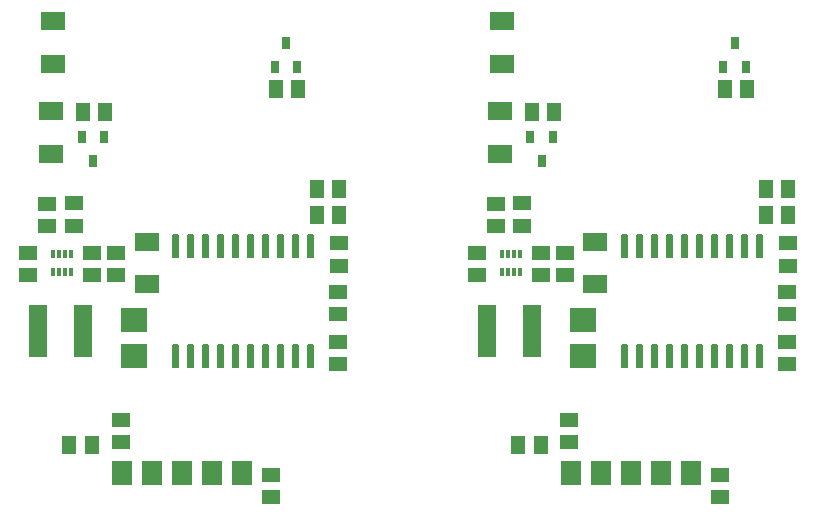
<source format=gbr>
G04 EAGLE Gerber RS-274X export*
G75*
%MOMM*%
%FSLAX34Y34*%
%LPD*%
%INSolderpaste Bottom*%
%IPPOS*%
%AMOC8*
5,1,8,0,0,1.08239X$1,22.5*%
G01*
%ADD10R,2.200000X2.000000*%
%ADD11R,1.500000X1.300000*%
%ADD12C,0.150000*%
%ADD13R,1.778000X2.032000*%
%ADD14R,1.300000X1.500000*%
%ADD15R,2.100000X1.500000*%
%ADD16R,0.320000X0.768350*%
%ADD17R,1.500000X4.500000*%
%ADD18R,1.600000X1.300000*%
%ADD19R,0.711200X1.100000*%


D10*
X139696Y394622D03*
X139696Y364622D03*
D11*
X312600Y440900D03*
X312600Y459900D03*
X312200Y376400D03*
X312200Y357400D03*
D12*
X172404Y447938D02*
X172404Y466938D01*
X176904Y466938D01*
X176904Y447938D01*
X172404Y447938D01*
X172404Y449363D02*
X176904Y449363D01*
X176904Y450788D02*
X172404Y450788D01*
X172404Y452213D02*
X176904Y452213D01*
X176904Y453638D02*
X172404Y453638D01*
X172404Y455063D02*
X176904Y455063D01*
X176904Y456488D02*
X172404Y456488D01*
X172404Y457913D02*
X176904Y457913D01*
X176904Y459338D02*
X172404Y459338D01*
X172404Y460763D02*
X176904Y460763D01*
X176904Y462188D02*
X172404Y462188D01*
X172404Y463613D02*
X176904Y463613D01*
X176904Y465038D02*
X172404Y465038D01*
X172404Y466463D02*
X176904Y466463D01*
X185104Y466938D02*
X185104Y447938D01*
X185104Y466938D02*
X189604Y466938D01*
X189604Y447938D01*
X185104Y447938D01*
X185104Y449363D02*
X189604Y449363D01*
X189604Y450788D02*
X185104Y450788D01*
X185104Y452213D02*
X189604Y452213D01*
X189604Y453638D02*
X185104Y453638D01*
X185104Y455063D02*
X189604Y455063D01*
X189604Y456488D02*
X185104Y456488D01*
X185104Y457913D02*
X189604Y457913D01*
X189604Y459338D02*
X185104Y459338D01*
X185104Y460763D02*
X189604Y460763D01*
X189604Y462188D02*
X185104Y462188D01*
X185104Y463613D02*
X189604Y463613D01*
X189604Y465038D02*
X185104Y465038D01*
X185104Y466463D02*
X189604Y466463D01*
X197804Y466938D02*
X197804Y447938D01*
X197804Y466938D02*
X202304Y466938D01*
X202304Y447938D01*
X197804Y447938D01*
X197804Y449363D02*
X202304Y449363D01*
X202304Y450788D02*
X197804Y450788D01*
X197804Y452213D02*
X202304Y452213D01*
X202304Y453638D02*
X197804Y453638D01*
X197804Y455063D02*
X202304Y455063D01*
X202304Y456488D02*
X197804Y456488D01*
X197804Y457913D02*
X202304Y457913D01*
X202304Y459338D02*
X197804Y459338D01*
X197804Y460763D02*
X202304Y460763D01*
X202304Y462188D02*
X197804Y462188D01*
X197804Y463613D02*
X202304Y463613D01*
X202304Y465038D02*
X197804Y465038D01*
X197804Y466463D02*
X202304Y466463D01*
X210504Y466938D02*
X210504Y447938D01*
X210504Y466938D02*
X215004Y466938D01*
X215004Y447938D01*
X210504Y447938D01*
X210504Y449363D02*
X215004Y449363D01*
X215004Y450788D02*
X210504Y450788D01*
X210504Y452213D02*
X215004Y452213D01*
X215004Y453638D02*
X210504Y453638D01*
X210504Y455063D02*
X215004Y455063D01*
X215004Y456488D02*
X210504Y456488D01*
X210504Y457913D02*
X215004Y457913D01*
X215004Y459338D02*
X210504Y459338D01*
X210504Y460763D02*
X215004Y460763D01*
X215004Y462188D02*
X210504Y462188D01*
X210504Y463613D02*
X215004Y463613D01*
X215004Y465038D02*
X210504Y465038D01*
X210504Y466463D02*
X215004Y466463D01*
X223204Y466938D02*
X223204Y447938D01*
X223204Y466938D02*
X227704Y466938D01*
X227704Y447938D01*
X223204Y447938D01*
X223204Y449363D02*
X227704Y449363D01*
X227704Y450788D02*
X223204Y450788D01*
X223204Y452213D02*
X227704Y452213D01*
X227704Y453638D02*
X223204Y453638D01*
X223204Y455063D02*
X227704Y455063D01*
X227704Y456488D02*
X223204Y456488D01*
X223204Y457913D02*
X227704Y457913D01*
X227704Y459338D02*
X223204Y459338D01*
X223204Y460763D02*
X227704Y460763D01*
X227704Y462188D02*
X223204Y462188D01*
X223204Y463613D02*
X227704Y463613D01*
X227704Y465038D02*
X223204Y465038D01*
X223204Y466463D02*
X227704Y466463D01*
X235904Y466938D02*
X235904Y447938D01*
X235904Y466938D02*
X240404Y466938D01*
X240404Y447938D01*
X235904Y447938D01*
X235904Y449363D02*
X240404Y449363D01*
X240404Y450788D02*
X235904Y450788D01*
X235904Y452213D02*
X240404Y452213D01*
X240404Y453638D02*
X235904Y453638D01*
X235904Y455063D02*
X240404Y455063D01*
X240404Y456488D02*
X235904Y456488D01*
X235904Y457913D02*
X240404Y457913D01*
X240404Y459338D02*
X235904Y459338D01*
X235904Y460763D02*
X240404Y460763D01*
X240404Y462188D02*
X235904Y462188D01*
X235904Y463613D02*
X240404Y463613D01*
X240404Y465038D02*
X235904Y465038D01*
X235904Y466463D02*
X240404Y466463D01*
X248604Y466938D02*
X248604Y447938D01*
X248604Y466938D02*
X253104Y466938D01*
X253104Y447938D01*
X248604Y447938D01*
X248604Y449363D02*
X253104Y449363D01*
X253104Y450788D02*
X248604Y450788D01*
X248604Y452213D02*
X253104Y452213D01*
X253104Y453638D02*
X248604Y453638D01*
X248604Y455063D02*
X253104Y455063D01*
X253104Y456488D02*
X248604Y456488D01*
X248604Y457913D02*
X253104Y457913D01*
X253104Y459338D02*
X248604Y459338D01*
X248604Y460763D02*
X253104Y460763D01*
X253104Y462188D02*
X248604Y462188D01*
X248604Y463613D02*
X253104Y463613D01*
X253104Y465038D02*
X248604Y465038D01*
X248604Y466463D02*
X253104Y466463D01*
X261304Y466938D02*
X261304Y447938D01*
X261304Y466938D02*
X265804Y466938D01*
X265804Y447938D01*
X261304Y447938D01*
X261304Y449363D02*
X265804Y449363D01*
X265804Y450788D02*
X261304Y450788D01*
X261304Y452213D02*
X265804Y452213D01*
X265804Y453638D02*
X261304Y453638D01*
X261304Y455063D02*
X265804Y455063D01*
X265804Y456488D02*
X261304Y456488D01*
X261304Y457913D02*
X265804Y457913D01*
X265804Y459338D02*
X261304Y459338D01*
X261304Y460763D02*
X265804Y460763D01*
X265804Y462188D02*
X261304Y462188D01*
X261304Y463613D02*
X265804Y463613D01*
X265804Y465038D02*
X261304Y465038D01*
X261304Y466463D02*
X265804Y466463D01*
X274004Y466938D02*
X274004Y447938D01*
X274004Y466938D02*
X278504Y466938D01*
X278504Y447938D01*
X274004Y447938D01*
X274004Y449363D02*
X278504Y449363D01*
X278504Y450788D02*
X274004Y450788D01*
X274004Y452213D02*
X278504Y452213D01*
X278504Y453638D02*
X274004Y453638D01*
X274004Y455063D02*
X278504Y455063D01*
X278504Y456488D02*
X274004Y456488D01*
X274004Y457913D02*
X278504Y457913D01*
X278504Y459338D02*
X274004Y459338D01*
X274004Y460763D02*
X278504Y460763D01*
X278504Y462188D02*
X274004Y462188D01*
X274004Y463613D02*
X278504Y463613D01*
X278504Y465038D02*
X274004Y465038D01*
X274004Y466463D02*
X278504Y466463D01*
X286704Y466938D02*
X286704Y447938D01*
X286704Y466938D02*
X291204Y466938D01*
X291204Y447938D01*
X286704Y447938D01*
X286704Y449363D02*
X291204Y449363D01*
X291204Y450788D02*
X286704Y450788D01*
X286704Y452213D02*
X291204Y452213D01*
X291204Y453638D02*
X286704Y453638D01*
X286704Y455063D02*
X291204Y455063D01*
X291204Y456488D02*
X286704Y456488D01*
X286704Y457913D02*
X291204Y457913D01*
X291204Y459338D02*
X286704Y459338D01*
X286704Y460763D02*
X291204Y460763D01*
X291204Y462188D02*
X286704Y462188D01*
X286704Y463613D02*
X291204Y463613D01*
X291204Y465038D02*
X286704Y465038D01*
X286704Y466463D02*
X291204Y466463D01*
X286704Y373838D02*
X286704Y354838D01*
X286704Y373838D02*
X291204Y373838D01*
X291204Y354838D01*
X286704Y354838D01*
X286704Y356263D02*
X291204Y356263D01*
X291204Y357688D02*
X286704Y357688D01*
X286704Y359113D02*
X291204Y359113D01*
X291204Y360538D02*
X286704Y360538D01*
X286704Y361963D02*
X291204Y361963D01*
X291204Y363388D02*
X286704Y363388D01*
X286704Y364813D02*
X291204Y364813D01*
X291204Y366238D02*
X286704Y366238D01*
X286704Y367663D02*
X291204Y367663D01*
X291204Y369088D02*
X286704Y369088D01*
X286704Y370513D02*
X291204Y370513D01*
X291204Y371938D02*
X286704Y371938D01*
X286704Y373363D02*
X291204Y373363D01*
X274004Y373838D02*
X274004Y354838D01*
X274004Y373838D02*
X278504Y373838D01*
X278504Y354838D01*
X274004Y354838D01*
X274004Y356263D02*
X278504Y356263D01*
X278504Y357688D02*
X274004Y357688D01*
X274004Y359113D02*
X278504Y359113D01*
X278504Y360538D02*
X274004Y360538D01*
X274004Y361963D02*
X278504Y361963D01*
X278504Y363388D02*
X274004Y363388D01*
X274004Y364813D02*
X278504Y364813D01*
X278504Y366238D02*
X274004Y366238D01*
X274004Y367663D02*
X278504Y367663D01*
X278504Y369088D02*
X274004Y369088D01*
X274004Y370513D02*
X278504Y370513D01*
X278504Y371938D02*
X274004Y371938D01*
X274004Y373363D02*
X278504Y373363D01*
X261304Y373838D02*
X261304Y354838D01*
X261304Y373838D02*
X265804Y373838D01*
X265804Y354838D01*
X261304Y354838D01*
X261304Y356263D02*
X265804Y356263D01*
X265804Y357688D02*
X261304Y357688D01*
X261304Y359113D02*
X265804Y359113D01*
X265804Y360538D02*
X261304Y360538D01*
X261304Y361963D02*
X265804Y361963D01*
X265804Y363388D02*
X261304Y363388D01*
X261304Y364813D02*
X265804Y364813D01*
X265804Y366238D02*
X261304Y366238D01*
X261304Y367663D02*
X265804Y367663D01*
X265804Y369088D02*
X261304Y369088D01*
X261304Y370513D02*
X265804Y370513D01*
X265804Y371938D02*
X261304Y371938D01*
X261304Y373363D02*
X265804Y373363D01*
X248604Y373838D02*
X248604Y354838D01*
X248604Y373838D02*
X253104Y373838D01*
X253104Y354838D01*
X248604Y354838D01*
X248604Y356263D02*
X253104Y356263D01*
X253104Y357688D02*
X248604Y357688D01*
X248604Y359113D02*
X253104Y359113D01*
X253104Y360538D02*
X248604Y360538D01*
X248604Y361963D02*
X253104Y361963D01*
X253104Y363388D02*
X248604Y363388D01*
X248604Y364813D02*
X253104Y364813D01*
X253104Y366238D02*
X248604Y366238D01*
X248604Y367663D02*
X253104Y367663D01*
X253104Y369088D02*
X248604Y369088D01*
X248604Y370513D02*
X253104Y370513D01*
X253104Y371938D02*
X248604Y371938D01*
X248604Y373363D02*
X253104Y373363D01*
X235904Y373838D02*
X235904Y354838D01*
X235904Y373838D02*
X240404Y373838D01*
X240404Y354838D01*
X235904Y354838D01*
X235904Y356263D02*
X240404Y356263D01*
X240404Y357688D02*
X235904Y357688D01*
X235904Y359113D02*
X240404Y359113D01*
X240404Y360538D02*
X235904Y360538D01*
X235904Y361963D02*
X240404Y361963D01*
X240404Y363388D02*
X235904Y363388D01*
X235904Y364813D02*
X240404Y364813D01*
X240404Y366238D02*
X235904Y366238D01*
X235904Y367663D02*
X240404Y367663D01*
X240404Y369088D02*
X235904Y369088D01*
X235904Y370513D02*
X240404Y370513D01*
X240404Y371938D02*
X235904Y371938D01*
X235904Y373363D02*
X240404Y373363D01*
X223204Y373838D02*
X223204Y354838D01*
X223204Y373838D02*
X227704Y373838D01*
X227704Y354838D01*
X223204Y354838D01*
X223204Y356263D02*
X227704Y356263D01*
X227704Y357688D02*
X223204Y357688D01*
X223204Y359113D02*
X227704Y359113D01*
X227704Y360538D02*
X223204Y360538D01*
X223204Y361963D02*
X227704Y361963D01*
X227704Y363388D02*
X223204Y363388D01*
X223204Y364813D02*
X227704Y364813D01*
X227704Y366238D02*
X223204Y366238D01*
X223204Y367663D02*
X227704Y367663D01*
X227704Y369088D02*
X223204Y369088D01*
X223204Y370513D02*
X227704Y370513D01*
X227704Y371938D02*
X223204Y371938D01*
X223204Y373363D02*
X227704Y373363D01*
X210504Y373838D02*
X210504Y354838D01*
X210504Y373838D02*
X215004Y373838D01*
X215004Y354838D01*
X210504Y354838D01*
X210504Y356263D02*
X215004Y356263D01*
X215004Y357688D02*
X210504Y357688D01*
X210504Y359113D02*
X215004Y359113D01*
X215004Y360538D02*
X210504Y360538D01*
X210504Y361963D02*
X215004Y361963D01*
X215004Y363388D02*
X210504Y363388D01*
X210504Y364813D02*
X215004Y364813D01*
X215004Y366238D02*
X210504Y366238D01*
X210504Y367663D02*
X215004Y367663D01*
X215004Y369088D02*
X210504Y369088D01*
X210504Y370513D02*
X215004Y370513D01*
X215004Y371938D02*
X210504Y371938D01*
X210504Y373363D02*
X215004Y373363D01*
X197804Y373838D02*
X197804Y354838D01*
X197804Y373838D02*
X202304Y373838D01*
X202304Y354838D01*
X197804Y354838D01*
X197804Y356263D02*
X202304Y356263D01*
X202304Y357688D02*
X197804Y357688D01*
X197804Y359113D02*
X202304Y359113D01*
X202304Y360538D02*
X197804Y360538D01*
X197804Y361963D02*
X202304Y361963D01*
X202304Y363388D02*
X197804Y363388D01*
X197804Y364813D02*
X202304Y364813D01*
X202304Y366238D02*
X197804Y366238D01*
X197804Y367663D02*
X202304Y367663D01*
X202304Y369088D02*
X197804Y369088D01*
X197804Y370513D02*
X202304Y370513D01*
X202304Y371938D02*
X197804Y371938D01*
X197804Y373363D02*
X202304Y373363D01*
X185104Y373838D02*
X185104Y354838D01*
X185104Y373838D02*
X189604Y373838D01*
X189604Y354838D01*
X185104Y354838D01*
X185104Y356263D02*
X189604Y356263D01*
X189604Y357688D02*
X185104Y357688D01*
X185104Y359113D02*
X189604Y359113D01*
X189604Y360538D02*
X185104Y360538D01*
X185104Y361963D02*
X189604Y361963D01*
X189604Y363388D02*
X185104Y363388D01*
X185104Y364813D02*
X189604Y364813D01*
X189604Y366238D02*
X185104Y366238D01*
X185104Y367663D02*
X189604Y367663D01*
X189604Y369088D02*
X185104Y369088D01*
X185104Y370513D02*
X189604Y370513D01*
X189604Y371938D02*
X185104Y371938D01*
X185104Y373363D02*
X189604Y373363D01*
X172404Y373838D02*
X172404Y354838D01*
X172404Y373838D02*
X176904Y373838D01*
X176904Y354838D01*
X172404Y354838D01*
X172404Y356263D02*
X176904Y356263D01*
X176904Y357688D02*
X172404Y357688D01*
X172404Y359113D02*
X176904Y359113D01*
X176904Y360538D02*
X172404Y360538D01*
X172404Y361963D02*
X176904Y361963D01*
X176904Y363388D02*
X172404Y363388D01*
X172404Y364813D02*
X176904Y364813D01*
X176904Y366238D02*
X172404Y366238D01*
X172404Y367663D02*
X176904Y367663D01*
X176904Y369088D02*
X172404Y369088D01*
X172404Y370513D02*
X176904Y370513D01*
X176904Y371938D02*
X172404Y371938D01*
X172404Y373363D02*
X176904Y373363D01*
D11*
X255400Y245000D03*
X255400Y264000D03*
D13*
X129200Y265000D03*
X154600Y265000D03*
X180000Y265000D03*
X205400Y265000D03*
X230800Y265000D03*
D11*
X128000Y291500D03*
X128000Y310500D03*
D14*
X103500Y289000D03*
X84500Y289000D03*
X313214Y483638D03*
X294214Y483638D03*
X313214Y505638D03*
X294214Y505638D03*
D15*
X70900Y611800D03*
X70900Y647800D03*
D11*
X312300Y418600D03*
X312300Y399600D03*
D16*
X85800Y435634D03*
X80800Y435634D03*
X75800Y435634D03*
X70800Y435634D03*
X70800Y450366D03*
X75800Y450366D03*
X80800Y450366D03*
X85800Y450366D03*
D17*
X96100Y385700D03*
X58100Y385700D03*
D11*
X49800Y432800D03*
X49800Y451800D03*
X103800Y433000D03*
X103800Y452000D03*
X124200Y433000D03*
X124200Y452000D03*
D18*
X65400Y474300D03*
X65400Y493300D03*
X88100Y493800D03*
X88100Y474800D03*
D15*
X150000Y425100D03*
X150000Y461100D03*
X68900Y571500D03*
X68900Y535500D03*
D19*
X95000Y550160D03*
X114000Y550160D03*
X104500Y529840D03*
D14*
X96100Y570600D03*
X115100Y570600D03*
D19*
X277300Y608740D03*
X258300Y608740D03*
X267800Y629060D03*
D14*
X259300Y590600D03*
X278300Y590600D03*
D10*
X519696Y394622D03*
X519696Y364622D03*
D11*
X692600Y440900D03*
X692600Y459900D03*
X692200Y376400D03*
X692200Y357400D03*
D12*
X552404Y447938D02*
X552404Y466938D01*
X556904Y466938D01*
X556904Y447938D01*
X552404Y447938D01*
X552404Y449363D02*
X556904Y449363D01*
X556904Y450788D02*
X552404Y450788D01*
X552404Y452213D02*
X556904Y452213D01*
X556904Y453638D02*
X552404Y453638D01*
X552404Y455063D02*
X556904Y455063D01*
X556904Y456488D02*
X552404Y456488D01*
X552404Y457913D02*
X556904Y457913D01*
X556904Y459338D02*
X552404Y459338D01*
X552404Y460763D02*
X556904Y460763D01*
X556904Y462188D02*
X552404Y462188D01*
X552404Y463613D02*
X556904Y463613D01*
X556904Y465038D02*
X552404Y465038D01*
X552404Y466463D02*
X556904Y466463D01*
X565104Y466938D02*
X565104Y447938D01*
X565104Y466938D02*
X569604Y466938D01*
X569604Y447938D01*
X565104Y447938D01*
X565104Y449363D02*
X569604Y449363D01*
X569604Y450788D02*
X565104Y450788D01*
X565104Y452213D02*
X569604Y452213D01*
X569604Y453638D02*
X565104Y453638D01*
X565104Y455063D02*
X569604Y455063D01*
X569604Y456488D02*
X565104Y456488D01*
X565104Y457913D02*
X569604Y457913D01*
X569604Y459338D02*
X565104Y459338D01*
X565104Y460763D02*
X569604Y460763D01*
X569604Y462188D02*
X565104Y462188D01*
X565104Y463613D02*
X569604Y463613D01*
X569604Y465038D02*
X565104Y465038D01*
X565104Y466463D02*
X569604Y466463D01*
X577804Y466938D02*
X577804Y447938D01*
X577804Y466938D02*
X582304Y466938D01*
X582304Y447938D01*
X577804Y447938D01*
X577804Y449363D02*
X582304Y449363D01*
X582304Y450788D02*
X577804Y450788D01*
X577804Y452213D02*
X582304Y452213D01*
X582304Y453638D02*
X577804Y453638D01*
X577804Y455063D02*
X582304Y455063D01*
X582304Y456488D02*
X577804Y456488D01*
X577804Y457913D02*
X582304Y457913D01*
X582304Y459338D02*
X577804Y459338D01*
X577804Y460763D02*
X582304Y460763D01*
X582304Y462188D02*
X577804Y462188D01*
X577804Y463613D02*
X582304Y463613D01*
X582304Y465038D02*
X577804Y465038D01*
X577804Y466463D02*
X582304Y466463D01*
X590504Y466938D02*
X590504Y447938D01*
X590504Y466938D02*
X595004Y466938D01*
X595004Y447938D01*
X590504Y447938D01*
X590504Y449363D02*
X595004Y449363D01*
X595004Y450788D02*
X590504Y450788D01*
X590504Y452213D02*
X595004Y452213D01*
X595004Y453638D02*
X590504Y453638D01*
X590504Y455063D02*
X595004Y455063D01*
X595004Y456488D02*
X590504Y456488D01*
X590504Y457913D02*
X595004Y457913D01*
X595004Y459338D02*
X590504Y459338D01*
X590504Y460763D02*
X595004Y460763D01*
X595004Y462188D02*
X590504Y462188D01*
X590504Y463613D02*
X595004Y463613D01*
X595004Y465038D02*
X590504Y465038D01*
X590504Y466463D02*
X595004Y466463D01*
X603204Y466938D02*
X603204Y447938D01*
X603204Y466938D02*
X607704Y466938D01*
X607704Y447938D01*
X603204Y447938D01*
X603204Y449363D02*
X607704Y449363D01*
X607704Y450788D02*
X603204Y450788D01*
X603204Y452213D02*
X607704Y452213D01*
X607704Y453638D02*
X603204Y453638D01*
X603204Y455063D02*
X607704Y455063D01*
X607704Y456488D02*
X603204Y456488D01*
X603204Y457913D02*
X607704Y457913D01*
X607704Y459338D02*
X603204Y459338D01*
X603204Y460763D02*
X607704Y460763D01*
X607704Y462188D02*
X603204Y462188D01*
X603204Y463613D02*
X607704Y463613D01*
X607704Y465038D02*
X603204Y465038D01*
X603204Y466463D02*
X607704Y466463D01*
X615904Y466938D02*
X615904Y447938D01*
X615904Y466938D02*
X620404Y466938D01*
X620404Y447938D01*
X615904Y447938D01*
X615904Y449363D02*
X620404Y449363D01*
X620404Y450788D02*
X615904Y450788D01*
X615904Y452213D02*
X620404Y452213D01*
X620404Y453638D02*
X615904Y453638D01*
X615904Y455063D02*
X620404Y455063D01*
X620404Y456488D02*
X615904Y456488D01*
X615904Y457913D02*
X620404Y457913D01*
X620404Y459338D02*
X615904Y459338D01*
X615904Y460763D02*
X620404Y460763D01*
X620404Y462188D02*
X615904Y462188D01*
X615904Y463613D02*
X620404Y463613D01*
X620404Y465038D02*
X615904Y465038D01*
X615904Y466463D02*
X620404Y466463D01*
X628604Y466938D02*
X628604Y447938D01*
X628604Y466938D02*
X633104Y466938D01*
X633104Y447938D01*
X628604Y447938D01*
X628604Y449363D02*
X633104Y449363D01*
X633104Y450788D02*
X628604Y450788D01*
X628604Y452213D02*
X633104Y452213D01*
X633104Y453638D02*
X628604Y453638D01*
X628604Y455063D02*
X633104Y455063D01*
X633104Y456488D02*
X628604Y456488D01*
X628604Y457913D02*
X633104Y457913D01*
X633104Y459338D02*
X628604Y459338D01*
X628604Y460763D02*
X633104Y460763D01*
X633104Y462188D02*
X628604Y462188D01*
X628604Y463613D02*
X633104Y463613D01*
X633104Y465038D02*
X628604Y465038D01*
X628604Y466463D02*
X633104Y466463D01*
X641304Y466938D02*
X641304Y447938D01*
X641304Y466938D02*
X645804Y466938D01*
X645804Y447938D01*
X641304Y447938D01*
X641304Y449363D02*
X645804Y449363D01*
X645804Y450788D02*
X641304Y450788D01*
X641304Y452213D02*
X645804Y452213D01*
X645804Y453638D02*
X641304Y453638D01*
X641304Y455063D02*
X645804Y455063D01*
X645804Y456488D02*
X641304Y456488D01*
X641304Y457913D02*
X645804Y457913D01*
X645804Y459338D02*
X641304Y459338D01*
X641304Y460763D02*
X645804Y460763D01*
X645804Y462188D02*
X641304Y462188D01*
X641304Y463613D02*
X645804Y463613D01*
X645804Y465038D02*
X641304Y465038D01*
X641304Y466463D02*
X645804Y466463D01*
X654004Y466938D02*
X654004Y447938D01*
X654004Y466938D02*
X658504Y466938D01*
X658504Y447938D01*
X654004Y447938D01*
X654004Y449363D02*
X658504Y449363D01*
X658504Y450788D02*
X654004Y450788D01*
X654004Y452213D02*
X658504Y452213D01*
X658504Y453638D02*
X654004Y453638D01*
X654004Y455063D02*
X658504Y455063D01*
X658504Y456488D02*
X654004Y456488D01*
X654004Y457913D02*
X658504Y457913D01*
X658504Y459338D02*
X654004Y459338D01*
X654004Y460763D02*
X658504Y460763D01*
X658504Y462188D02*
X654004Y462188D01*
X654004Y463613D02*
X658504Y463613D01*
X658504Y465038D02*
X654004Y465038D01*
X654004Y466463D02*
X658504Y466463D01*
X666704Y466938D02*
X666704Y447938D01*
X666704Y466938D02*
X671204Y466938D01*
X671204Y447938D01*
X666704Y447938D01*
X666704Y449363D02*
X671204Y449363D01*
X671204Y450788D02*
X666704Y450788D01*
X666704Y452213D02*
X671204Y452213D01*
X671204Y453638D02*
X666704Y453638D01*
X666704Y455063D02*
X671204Y455063D01*
X671204Y456488D02*
X666704Y456488D01*
X666704Y457913D02*
X671204Y457913D01*
X671204Y459338D02*
X666704Y459338D01*
X666704Y460763D02*
X671204Y460763D01*
X671204Y462188D02*
X666704Y462188D01*
X666704Y463613D02*
X671204Y463613D01*
X671204Y465038D02*
X666704Y465038D01*
X666704Y466463D02*
X671204Y466463D01*
X666704Y373838D02*
X666704Y354838D01*
X666704Y373838D02*
X671204Y373838D01*
X671204Y354838D01*
X666704Y354838D01*
X666704Y356263D02*
X671204Y356263D01*
X671204Y357688D02*
X666704Y357688D01*
X666704Y359113D02*
X671204Y359113D01*
X671204Y360538D02*
X666704Y360538D01*
X666704Y361963D02*
X671204Y361963D01*
X671204Y363388D02*
X666704Y363388D01*
X666704Y364813D02*
X671204Y364813D01*
X671204Y366238D02*
X666704Y366238D01*
X666704Y367663D02*
X671204Y367663D01*
X671204Y369088D02*
X666704Y369088D01*
X666704Y370513D02*
X671204Y370513D01*
X671204Y371938D02*
X666704Y371938D01*
X666704Y373363D02*
X671204Y373363D01*
X654004Y373838D02*
X654004Y354838D01*
X654004Y373838D02*
X658504Y373838D01*
X658504Y354838D01*
X654004Y354838D01*
X654004Y356263D02*
X658504Y356263D01*
X658504Y357688D02*
X654004Y357688D01*
X654004Y359113D02*
X658504Y359113D01*
X658504Y360538D02*
X654004Y360538D01*
X654004Y361963D02*
X658504Y361963D01*
X658504Y363388D02*
X654004Y363388D01*
X654004Y364813D02*
X658504Y364813D01*
X658504Y366238D02*
X654004Y366238D01*
X654004Y367663D02*
X658504Y367663D01*
X658504Y369088D02*
X654004Y369088D01*
X654004Y370513D02*
X658504Y370513D01*
X658504Y371938D02*
X654004Y371938D01*
X654004Y373363D02*
X658504Y373363D01*
X641304Y373838D02*
X641304Y354838D01*
X641304Y373838D02*
X645804Y373838D01*
X645804Y354838D01*
X641304Y354838D01*
X641304Y356263D02*
X645804Y356263D01*
X645804Y357688D02*
X641304Y357688D01*
X641304Y359113D02*
X645804Y359113D01*
X645804Y360538D02*
X641304Y360538D01*
X641304Y361963D02*
X645804Y361963D01*
X645804Y363388D02*
X641304Y363388D01*
X641304Y364813D02*
X645804Y364813D01*
X645804Y366238D02*
X641304Y366238D01*
X641304Y367663D02*
X645804Y367663D01*
X645804Y369088D02*
X641304Y369088D01*
X641304Y370513D02*
X645804Y370513D01*
X645804Y371938D02*
X641304Y371938D01*
X641304Y373363D02*
X645804Y373363D01*
X628604Y373838D02*
X628604Y354838D01*
X628604Y373838D02*
X633104Y373838D01*
X633104Y354838D01*
X628604Y354838D01*
X628604Y356263D02*
X633104Y356263D01*
X633104Y357688D02*
X628604Y357688D01*
X628604Y359113D02*
X633104Y359113D01*
X633104Y360538D02*
X628604Y360538D01*
X628604Y361963D02*
X633104Y361963D01*
X633104Y363388D02*
X628604Y363388D01*
X628604Y364813D02*
X633104Y364813D01*
X633104Y366238D02*
X628604Y366238D01*
X628604Y367663D02*
X633104Y367663D01*
X633104Y369088D02*
X628604Y369088D01*
X628604Y370513D02*
X633104Y370513D01*
X633104Y371938D02*
X628604Y371938D01*
X628604Y373363D02*
X633104Y373363D01*
X615904Y373838D02*
X615904Y354838D01*
X615904Y373838D02*
X620404Y373838D01*
X620404Y354838D01*
X615904Y354838D01*
X615904Y356263D02*
X620404Y356263D01*
X620404Y357688D02*
X615904Y357688D01*
X615904Y359113D02*
X620404Y359113D01*
X620404Y360538D02*
X615904Y360538D01*
X615904Y361963D02*
X620404Y361963D01*
X620404Y363388D02*
X615904Y363388D01*
X615904Y364813D02*
X620404Y364813D01*
X620404Y366238D02*
X615904Y366238D01*
X615904Y367663D02*
X620404Y367663D01*
X620404Y369088D02*
X615904Y369088D01*
X615904Y370513D02*
X620404Y370513D01*
X620404Y371938D02*
X615904Y371938D01*
X615904Y373363D02*
X620404Y373363D01*
X603204Y373838D02*
X603204Y354838D01*
X603204Y373838D02*
X607704Y373838D01*
X607704Y354838D01*
X603204Y354838D01*
X603204Y356263D02*
X607704Y356263D01*
X607704Y357688D02*
X603204Y357688D01*
X603204Y359113D02*
X607704Y359113D01*
X607704Y360538D02*
X603204Y360538D01*
X603204Y361963D02*
X607704Y361963D01*
X607704Y363388D02*
X603204Y363388D01*
X603204Y364813D02*
X607704Y364813D01*
X607704Y366238D02*
X603204Y366238D01*
X603204Y367663D02*
X607704Y367663D01*
X607704Y369088D02*
X603204Y369088D01*
X603204Y370513D02*
X607704Y370513D01*
X607704Y371938D02*
X603204Y371938D01*
X603204Y373363D02*
X607704Y373363D01*
X590504Y373838D02*
X590504Y354838D01*
X590504Y373838D02*
X595004Y373838D01*
X595004Y354838D01*
X590504Y354838D01*
X590504Y356263D02*
X595004Y356263D01*
X595004Y357688D02*
X590504Y357688D01*
X590504Y359113D02*
X595004Y359113D01*
X595004Y360538D02*
X590504Y360538D01*
X590504Y361963D02*
X595004Y361963D01*
X595004Y363388D02*
X590504Y363388D01*
X590504Y364813D02*
X595004Y364813D01*
X595004Y366238D02*
X590504Y366238D01*
X590504Y367663D02*
X595004Y367663D01*
X595004Y369088D02*
X590504Y369088D01*
X590504Y370513D02*
X595004Y370513D01*
X595004Y371938D02*
X590504Y371938D01*
X590504Y373363D02*
X595004Y373363D01*
X577804Y373838D02*
X577804Y354838D01*
X577804Y373838D02*
X582304Y373838D01*
X582304Y354838D01*
X577804Y354838D01*
X577804Y356263D02*
X582304Y356263D01*
X582304Y357688D02*
X577804Y357688D01*
X577804Y359113D02*
X582304Y359113D01*
X582304Y360538D02*
X577804Y360538D01*
X577804Y361963D02*
X582304Y361963D01*
X582304Y363388D02*
X577804Y363388D01*
X577804Y364813D02*
X582304Y364813D01*
X582304Y366238D02*
X577804Y366238D01*
X577804Y367663D02*
X582304Y367663D01*
X582304Y369088D02*
X577804Y369088D01*
X577804Y370513D02*
X582304Y370513D01*
X582304Y371938D02*
X577804Y371938D01*
X577804Y373363D02*
X582304Y373363D01*
X565104Y373838D02*
X565104Y354838D01*
X565104Y373838D02*
X569604Y373838D01*
X569604Y354838D01*
X565104Y354838D01*
X565104Y356263D02*
X569604Y356263D01*
X569604Y357688D02*
X565104Y357688D01*
X565104Y359113D02*
X569604Y359113D01*
X569604Y360538D02*
X565104Y360538D01*
X565104Y361963D02*
X569604Y361963D01*
X569604Y363388D02*
X565104Y363388D01*
X565104Y364813D02*
X569604Y364813D01*
X569604Y366238D02*
X565104Y366238D01*
X565104Y367663D02*
X569604Y367663D01*
X569604Y369088D02*
X565104Y369088D01*
X565104Y370513D02*
X569604Y370513D01*
X569604Y371938D02*
X565104Y371938D01*
X565104Y373363D02*
X569604Y373363D01*
X552404Y373838D02*
X552404Y354838D01*
X552404Y373838D02*
X556904Y373838D01*
X556904Y354838D01*
X552404Y354838D01*
X552404Y356263D02*
X556904Y356263D01*
X556904Y357688D02*
X552404Y357688D01*
X552404Y359113D02*
X556904Y359113D01*
X556904Y360538D02*
X552404Y360538D01*
X552404Y361963D02*
X556904Y361963D01*
X556904Y363388D02*
X552404Y363388D01*
X552404Y364813D02*
X556904Y364813D01*
X556904Y366238D02*
X552404Y366238D01*
X552404Y367663D02*
X556904Y367663D01*
X556904Y369088D02*
X552404Y369088D01*
X552404Y370513D02*
X556904Y370513D01*
X556904Y371938D02*
X552404Y371938D01*
X552404Y373363D02*
X556904Y373363D01*
D11*
X635400Y245000D03*
X635400Y264000D03*
D13*
X509200Y265000D03*
X534600Y265000D03*
X560000Y265000D03*
X585400Y265000D03*
X610800Y265000D03*
D11*
X508000Y291500D03*
X508000Y310500D03*
D14*
X483500Y289000D03*
X464500Y289000D03*
X693214Y483638D03*
X674214Y483638D03*
X693214Y505638D03*
X674214Y505638D03*
D15*
X450900Y611800D03*
X450900Y647800D03*
D11*
X692300Y418600D03*
X692300Y399600D03*
D16*
X465800Y435634D03*
X460800Y435634D03*
X455800Y435634D03*
X450800Y435634D03*
X450800Y450366D03*
X455800Y450366D03*
X460800Y450366D03*
X465800Y450366D03*
D17*
X476100Y385700D03*
X438100Y385700D03*
D11*
X429800Y432800D03*
X429800Y451800D03*
X483800Y433000D03*
X483800Y452000D03*
X504200Y433000D03*
X504200Y452000D03*
D18*
X445400Y474300D03*
X445400Y493300D03*
X468100Y493800D03*
X468100Y474800D03*
D15*
X530000Y425100D03*
X530000Y461100D03*
X448900Y571500D03*
X448900Y535500D03*
D19*
X475000Y550160D03*
X494000Y550160D03*
X484500Y529840D03*
D14*
X476100Y570600D03*
X495100Y570600D03*
D19*
X657300Y608740D03*
X638300Y608740D03*
X647800Y629060D03*
D14*
X639300Y590600D03*
X658300Y590600D03*
M02*

</source>
